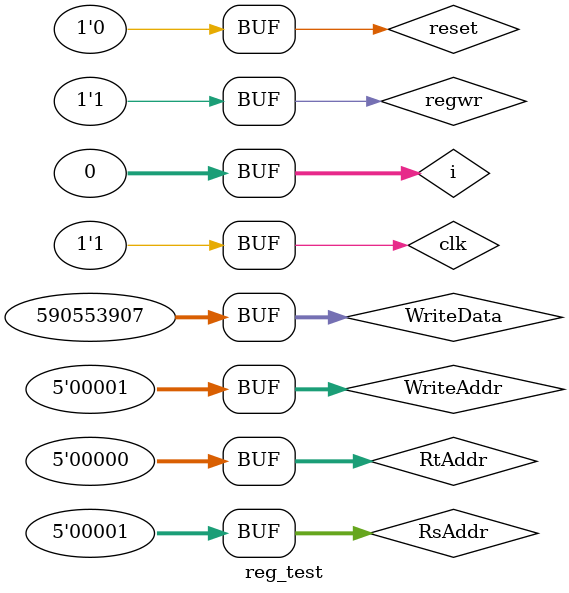
<source format=v>
`timescale 1ns / 1ps


module reg_test;

	// Inputs
	reg clk;
	reg reset;
	reg regwr;
	reg [4:0] RsAddr;
	reg [4:0] RtAddr;
	reg [4:0] WriteAddr;
	reg [31:0] WriteData;

	// Outputs
	wire [31:0] RsData;
	wire [31:0] RtData;

	// Instantiate the Unit Under Test (UUT)
	regFile uut (
		.clk(clk), 
		.reset(reset), 
		.regwr(regwr), 
		.RsAddr(RsAddr), 
		.RtAddr(RtAddr), 
		.WriteAddr(WriteAddr), 
		.WriteData(WriteData), 
		.RsData(RsData), 
		.RtData(RtData)
	);
	
	initial begin
		// Initialize Inputs
		clk = 0;
		reset = 0;
		regwr = 0;
		RsAddr = 0;
		RtAddr = 0;
		WriteAddr = 0;
		WriteData = 0;

		// Wait 100 ns for global reset to finish
		#100;
        
		// Add stimulus here
		WriteData = 32'h23332333;
		regwr = 1;
		#100;
		reset = 1;
		#200; 
		reset = 0;
	end
	
	integer i;
	parameter PERIOD=20; 
	
	always begin 
	clk = 1'b0; 
	#(PERIOD/2) 
	clk = 1'b1; 
	#(PERIOD/2);
	end
	
	always begin 
	for(i=31;i>=1;i=i-1)
		begin 
			WriteAddr = i; 
			RsAddr = i; 
			#PERIOD; 
		end
	end
endmodule


</source>
